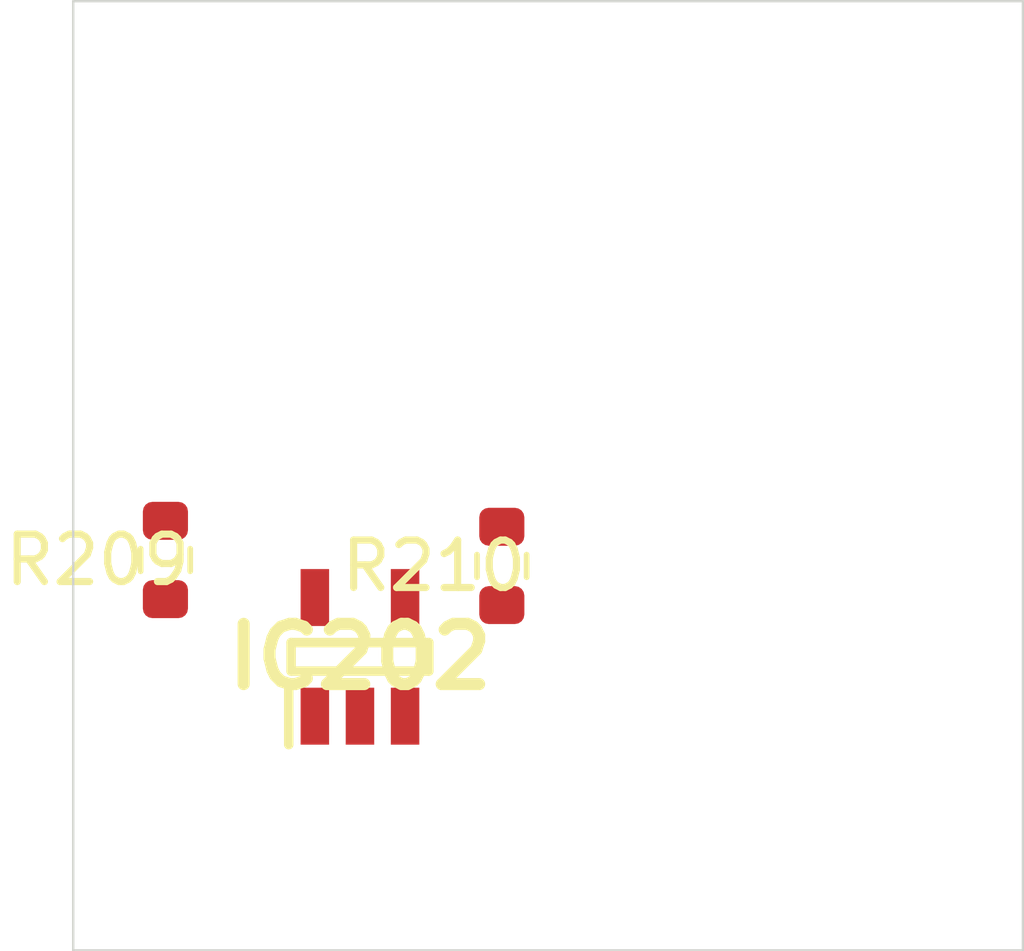
<source format=kicad_pcb>
 ( kicad_pcb  ( version 20171130 )
 ( host pcbnew 5.1.12-84ad8e8a86~92~ubuntu18.04.1 )
 ( general  ( thickness 1.6 )
 ( drawings 4 )
 ( tracks 0 )
 ( zones 0 )
 ( modules 3 )
 ( nets 5 )
)
 ( page A4 )
 ( layers  ( 0 F.Cu signal )
 ( 31 B.Cu signal )
 ( 32 B.Adhes user )
 ( 33 F.Adhes user )
 ( 34 B.Paste user )
 ( 35 F.Paste user )
 ( 36 B.SilkS user )
 ( 37 F.SilkS user )
 ( 38 B.Mask user )
 ( 39 F.Mask user )
 ( 40 Dwgs.User user )
 ( 41 Cmts.User user )
 ( 42 Eco1.User user )
 ( 43 Eco2.User user )
 ( 44 Edge.Cuts user )
 ( 45 Margin user )
 ( 46 B.CrtYd user )
 ( 47 F.CrtYd user )
 ( 48 B.Fab user )
 ( 49 F.Fab user )
)
 ( setup  ( last_trace_width 0.25 )
 ( trace_clearance 0.2 )
 ( zone_clearance 0.508 )
 ( zone_45_only no )
 ( trace_min 0.2 )
 ( via_size 0.8 )
 ( via_drill 0.4 )
 ( via_min_size 0.4 )
 ( via_min_drill 0.3 )
 ( uvia_size 0.3 )
 ( uvia_drill 0.1 )
 ( uvias_allowed no )
 ( uvia_min_size 0.2 )
 ( uvia_min_drill 0.1 )
 ( edge_width 0.05 )
 ( segment_width 0.2 )
 ( pcb_text_width 0.3 )
 ( pcb_text_size 1.5 1.5 )
 ( mod_edge_width 0.12 )
 ( mod_text_size 1 1 )
 ( mod_text_width 0.15 )
 ( pad_size 1.524 1.524 )
 ( pad_drill 0.762 )
 ( pad_to_mask_clearance 0 )
 ( aux_axis_origin 0 0 )
 ( visible_elements FFFFFF7F )
 ( pcbplotparams  ( layerselection 0x010fc_ffffffff )
 ( usegerberextensions false )
 ( usegerberattributes true )
 ( usegerberadvancedattributes true )
 ( creategerberjobfile true )
 ( excludeedgelayer true )
 ( linewidth 0.100000 )
 ( plotframeref false )
 ( viasonmask false )
 ( mode 1 )
 ( useauxorigin false )
 ( hpglpennumber 1 )
 ( hpglpenspeed 20 )
 ( hpglpendiameter 15.000000 )
 ( psnegative false )
 ( psa4output false )
 ( plotreference true )
 ( plotvalue true )
 ( plotinvisibletext false )
 ( padsonsilk false )
 ( subtractmaskfromsilk false )
 ( outputformat 1 )
 ( mirror false )
 ( drillshape 1 )
 ( scaleselection 1 )
 ( outputdirectory "" )
)
)
 ( net 0 "" )
 ( net 1 GND )
 ( net 2 VDDA )
 ( net 3 /Sheet6235D886/vp )
 ( net 4 "Net-(IC202-Pad3)" )
 ( net_class Default "This is the default net class."  ( clearance 0.2 )
 ( trace_width 0.25 )
 ( via_dia 0.8 )
 ( via_drill 0.4 )
 ( uvia_dia 0.3 )
 ( uvia_drill 0.1 )
 ( add_net /Sheet6235D886/vp )
 ( add_net GND )
 ( add_net "Net-(IC202-Pad3)" )
 ( add_net VDDA )
)
 ( module SOT95P280X145-5N locked  ( layer F.Cu )
 ( tedit 62336ED7 )
 ( tstamp 623423ED )
 ( at 86.038900 113.815000 90.000000 )
 ( descr DBV0005A )
 ( tags "Integrated Circuit" )
 ( path /6235D887/6266C08E )
 ( attr smd )
 ( fp_text reference IC202  ( at 0 0 )
 ( layer F.SilkS )
 ( effects  ( font  ( size 1.27 1.27 )
 ( thickness 0.254 )
)
)
)
 ( fp_text value TL071HIDBVR  ( at 0 0 )
 ( layer F.SilkS )
hide  ( effects  ( font  ( size 1.27 1.27 )
 ( thickness 0.254 )
)
)
)
 ( fp_line  ( start -1.85 -1.5 )
 ( end -0.65 -1.5 )
 ( layer F.SilkS )
 ( width 0.2 )
)
 ( fp_line  ( start -0.3 1.45 )
 ( end -0.3 -1.45 )
 ( layer F.SilkS )
 ( width 0.2 )
)
 ( fp_line  ( start 0.3 1.45 )
 ( end -0.3 1.45 )
 ( layer F.SilkS )
 ( width 0.2 )
)
 ( fp_line  ( start 0.3 -1.45 )
 ( end 0.3 1.45 )
 ( layer F.SilkS )
 ( width 0.2 )
)
 ( fp_line  ( start -0.3 -1.45 )
 ( end 0.3 -1.45 )
 ( layer F.SilkS )
 ( width 0.2 )
)
 ( fp_line  ( start -0.8 -0.5 )
 ( end 0.15 -1.45 )
 ( layer Dwgs.User )
 ( width 0.1 )
)
 ( fp_line  ( start -0.8 1.45 )
 ( end -0.8 -1.45 )
 ( layer Dwgs.User )
 ( width 0.1 )
)
 ( fp_line  ( start 0.8 1.45 )
 ( end -0.8 1.45 )
 ( layer Dwgs.User )
 ( width 0.1 )
)
 ( fp_line  ( start 0.8 -1.45 )
 ( end 0.8 1.45 )
 ( layer Dwgs.User )
 ( width 0.1 )
)
 ( fp_line  ( start -0.8 -1.45 )
 ( end 0.8 -1.45 )
 ( layer Dwgs.User )
 ( width 0.1 )
)
 ( fp_line  ( start -2.1 1.775 )
 ( end -2.1 -1.775 )
 ( layer Dwgs.User )
 ( width 0.05 )
)
 ( fp_line  ( start 2.1 1.775 )
 ( end -2.1 1.775 )
 ( layer Dwgs.User )
 ( width 0.05 )
)
 ( fp_line  ( start 2.1 -1.775 )
 ( end 2.1 1.775 )
 ( layer Dwgs.User )
 ( width 0.05 )
)
 ( fp_line  ( start -2.1 -1.775 )
 ( end 2.1 -1.775 )
 ( layer Dwgs.User )
 ( width 0.05 )
)
 ( pad 1 smd rect  ( at -1.25 -0.95 180.000000 )
 ( size 0.6 1.2 )
 ( layers F.Cu F.Mask F.Paste )
 ( net 3 /Sheet6235D886/vp )
)
 ( pad 2 smd rect  ( at -1.25 0 180.000000 )
 ( size 0.6 1.2 )
 ( layers F.Cu F.Mask F.Paste )
 ( net 1 GND )
)
 ( pad 3 smd rect  ( at -1.25 0.95 180.000000 )
 ( size 0.6 1.2 )
 ( layers F.Cu F.Mask F.Paste )
 ( net 4 "Net-(IC202-Pad3)" )
)
 ( pad 4 smd rect  ( at 1.25 0.95 180.000000 )
 ( size 0.6 1.2 )
 ( layers F.Cu F.Mask F.Paste )
 ( net 3 /Sheet6235D886/vp )
)
 ( pad 5 smd rect  ( at 1.25 -0.95 180.000000 )
 ( size 0.6 1.2 )
 ( layers F.Cu F.Mask F.Paste )
 ( net 2 VDDA )
)
)
 ( module Resistor_SMD:R_0603_1608Metric  ( layer F.Cu )
 ( tedit 5F68FEEE )
 ( tstamp 62342595 )
 ( at 81.941900 111.774000 90.000000 )
 ( descr "Resistor SMD 0603 (1608 Metric), square (rectangular) end terminal, IPC_7351 nominal, (Body size source: IPC-SM-782 page 72, https://www.pcb-3d.com/wordpress/wp-content/uploads/ipc-sm-782a_amendment_1_and_2.pdf), generated with kicad-footprint-generator" )
 ( tags resistor )
 ( path /6235D887/623CDBD9 )
 ( attr smd )
 ( fp_text reference R209  ( at 0 -1.43 )
 ( layer F.SilkS )
 ( effects  ( font  ( size 1 1 )
 ( thickness 0.15 )
)
)
)
 ( fp_text value 100k  ( at 0 1.43 )
 ( layer F.Fab )
 ( effects  ( font  ( size 1 1 )
 ( thickness 0.15 )
)
)
)
 ( fp_line  ( start -0.8 0.4125 )
 ( end -0.8 -0.4125 )
 ( layer F.Fab )
 ( width 0.1 )
)
 ( fp_line  ( start -0.8 -0.4125 )
 ( end 0.8 -0.4125 )
 ( layer F.Fab )
 ( width 0.1 )
)
 ( fp_line  ( start 0.8 -0.4125 )
 ( end 0.8 0.4125 )
 ( layer F.Fab )
 ( width 0.1 )
)
 ( fp_line  ( start 0.8 0.4125 )
 ( end -0.8 0.4125 )
 ( layer F.Fab )
 ( width 0.1 )
)
 ( fp_line  ( start -0.237258 -0.5225 )
 ( end 0.237258 -0.5225 )
 ( layer F.SilkS )
 ( width 0.12 )
)
 ( fp_line  ( start -0.237258 0.5225 )
 ( end 0.237258 0.5225 )
 ( layer F.SilkS )
 ( width 0.12 )
)
 ( fp_line  ( start -1.48 0.73 )
 ( end -1.48 -0.73 )
 ( layer F.CrtYd )
 ( width 0.05 )
)
 ( fp_line  ( start -1.48 -0.73 )
 ( end 1.48 -0.73 )
 ( layer F.CrtYd )
 ( width 0.05 )
)
 ( fp_line  ( start 1.48 -0.73 )
 ( end 1.48 0.73 )
 ( layer F.CrtYd )
 ( width 0.05 )
)
 ( fp_line  ( start 1.48 0.73 )
 ( end -1.48 0.73 )
 ( layer F.CrtYd )
 ( width 0.05 )
)
 ( fp_text user %R  ( at 0 0 )
 ( layer F.Fab )
 ( effects  ( font  ( size 0.4 0.4 )
 ( thickness 0.06 )
)
)
)
 ( pad 1 smd roundrect  ( at -0.825 0 90.000000 )
 ( size 0.8 0.95 )
 ( layers F.Cu F.Mask F.Paste )
 ( roundrect_rratio 0.25 )
 ( net 2 VDDA )
)
 ( pad 2 smd roundrect  ( at 0.825 0 90.000000 )
 ( size 0.8 0.95 )
 ( layers F.Cu F.Mask F.Paste )
 ( roundrect_rratio 0.25 )
 ( net 4 "Net-(IC202-Pad3)" )
)
 ( model ${KISYS3DMOD}/Resistor_SMD.3dshapes/R_0603_1608Metric.wrl  ( at  ( xyz 0 0 0 )
)
 ( scale  ( xyz 1 1 1 )
)
 ( rotate  ( xyz 0 0 0 )
)
)
)
 ( module Resistor_SMD:R_0603_1608Metric  ( layer F.Cu )
 ( tedit 5F68FEEE )
 ( tstamp 623425A6 )
 ( at 89.026100 111.899000 90.000000 )
 ( descr "Resistor SMD 0603 (1608 Metric), square (rectangular) end terminal, IPC_7351 nominal, (Body size source: IPC-SM-782 page 72, https://www.pcb-3d.com/wordpress/wp-content/uploads/ipc-sm-782a_amendment_1_and_2.pdf), generated with kicad-footprint-generator" )
 ( tags resistor )
 ( path /6235D887/623CDBDF )
 ( attr smd )
 ( fp_text reference R210  ( at 0 -1.43 )
 ( layer F.SilkS )
 ( effects  ( font  ( size 1 1 )
 ( thickness 0.15 )
)
)
)
 ( fp_text value 100k  ( at 0 1.43 )
 ( layer F.Fab )
 ( effects  ( font  ( size 1 1 )
 ( thickness 0.15 )
)
)
)
 ( fp_line  ( start 1.48 0.73 )
 ( end -1.48 0.73 )
 ( layer F.CrtYd )
 ( width 0.05 )
)
 ( fp_line  ( start 1.48 -0.73 )
 ( end 1.48 0.73 )
 ( layer F.CrtYd )
 ( width 0.05 )
)
 ( fp_line  ( start -1.48 -0.73 )
 ( end 1.48 -0.73 )
 ( layer F.CrtYd )
 ( width 0.05 )
)
 ( fp_line  ( start -1.48 0.73 )
 ( end -1.48 -0.73 )
 ( layer F.CrtYd )
 ( width 0.05 )
)
 ( fp_line  ( start -0.237258 0.5225 )
 ( end 0.237258 0.5225 )
 ( layer F.SilkS )
 ( width 0.12 )
)
 ( fp_line  ( start -0.237258 -0.5225 )
 ( end 0.237258 -0.5225 )
 ( layer F.SilkS )
 ( width 0.12 )
)
 ( fp_line  ( start 0.8 0.4125 )
 ( end -0.8 0.4125 )
 ( layer F.Fab )
 ( width 0.1 )
)
 ( fp_line  ( start 0.8 -0.4125 )
 ( end 0.8 0.4125 )
 ( layer F.Fab )
 ( width 0.1 )
)
 ( fp_line  ( start -0.8 -0.4125 )
 ( end 0.8 -0.4125 )
 ( layer F.Fab )
 ( width 0.1 )
)
 ( fp_line  ( start -0.8 0.4125 )
 ( end -0.8 -0.4125 )
 ( layer F.Fab )
 ( width 0.1 )
)
 ( fp_text user %R  ( at 0 0 )
 ( layer F.Fab )
 ( effects  ( font  ( size 0.4 0.4 )
 ( thickness 0.06 )
)
)
)
 ( pad 2 smd roundrect  ( at 0.825 0 90.000000 )
 ( size 0.8 0.95 )
 ( layers F.Cu F.Mask F.Paste )
 ( roundrect_rratio 0.25 )
 ( net 1 GND )
)
 ( pad 1 smd roundrect  ( at -0.825 0 90.000000 )
 ( size 0.8 0.95 )
 ( layers F.Cu F.Mask F.Paste )
 ( roundrect_rratio 0.25 )
 ( net 4 "Net-(IC202-Pad3)" )
)
 ( model ${KISYS3DMOD}/Resistor_SMD.3dshapes/R_0603_1608Metric.wrl  ( at  ( xyz 0 0 0 )
)
 ( scale  ( xyz 1 1 1 )
)
 ( rotate  ( xyz 0 0 0 )
)
)
)
 ( gr_line  ( start 100 100 )
 ( end 100 120 )
 ( layer Edge.Cuts )
 ( width 0.05 )
 ( tstamp 62E770C4 )
)
 ( gr_line  ( start 80 120 )
 ( end 100 120 )
 ( layer Edge.Cuts )
 ( width 0.05 )
 ( tstamp 62E770C0 )
)
 ( gr_line  ( start 80 100 )
 ( end 100 100 )
 ( layer Edge.Cuts )
 ( width 0.05 )
 ( tstamp 6234110C )
)
 ( gr_line  ( start 80 100 )
 ( end 80 120 )
 ( layer Edge.Cuts )
 ( width 0.05 )
)
)

</source>
